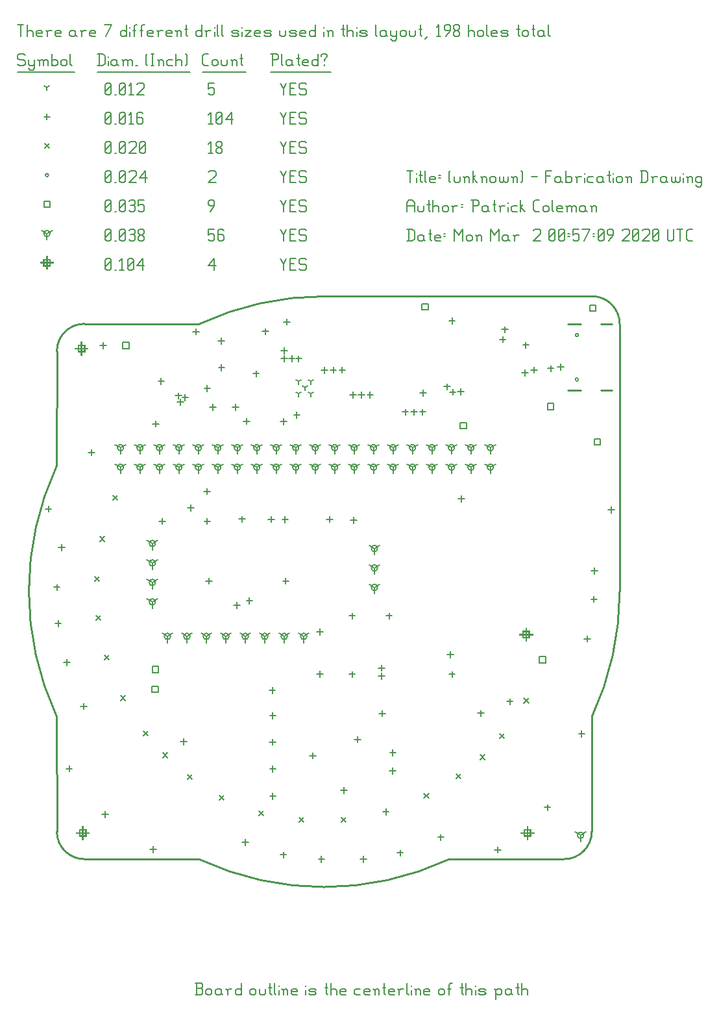
<source format=gbr>
G04 start of page 12 for group -3984 idx -3984 *
G04 Title: (unknown), fab *
G04 Creator: pcb 4.2.0 *
G04 CreationDate: Mon Mar  2 00:57:09 2020 UTC *
G04 For: blinken *
G04 Format: Gerber/RS-274X *
G04 PCB-Dimensions (mm): 90.16 90.16 *
G04 PCB-Coordinate-Origin: lower left *
%MOMM*%
%FSLAX43Y43*%
%LNFAB*%
%ADD102C,0.254*%
%ADD101C,0.191*%
%ADD100C,0.152*%
%ADD99R,0.203X0.203*%
G54D99*X8500Y19473D02*Y17847D01*
X7687Y18660D02*X9313D01*
X8094Y19066D02*X8906D01*
X8094D02*Y18254D01*
X8906D01*
Y19066D02*Y18254D01*
X66500Y19473D02*Y17847D01*
X65687Y18660D02*X67313D01*
X66094Y19066D02*X66906D01*
X66094D02*Y18254D01*
X66906D01*
Y19066D02*Y18254D01*
X66340Y45333D02*Y43707D01*
X65527Y44520D02*X67153D01*
X65934Y44926D02*X66746D01*
X65934D02*Y44114D01*
X66746D01*
Y44926D02*Y44114D01*
X8317Y82640D02*Y81014D01*
X7504Y81827D02*X9130D01*
X7910Y82233D02*X8723D01*
X7910D02*Y81420D01*
X8723D01*
Y82233D02*Y81420D01*
X3810Y93830D02*Y92205D01*
X2997Y93018D02*X4623D01*
X3404Y93424D02*X4216D01*
X3404D02*Y92611D01*
X4216D01*
Y93424D02*Y92611D01*
G54D100*X34290Y93589D02*X34671Y92827D01*
X35052Y93589D01*
X34671Y92827D02*Y92065D01*
X35509Y92903D02*X36081D01*
X35509Y92065D02*X36271D01*
X35509Y93589D02*Y92065D01*
Y93589D02*X36271D01*
X37490D02*X37681Y93399D01*
X36919Y93589D02*X37490D01*
X36728Y93399D02*X36919Y93589D01*
X36728Y93399D02*Y93018D01*
X36919Y92827D01*
X37490D01*
X37681Y92637D01*
Y92256D01*
X37490Y92065D02*X37681Y92256D01*
X36919Y92065D02*X37490D01*
X36728Y92256D02*X36919Y92065D01*
X24892Y92637D02*X25654Y93589D01*
X24892Y92637D02*X25844D01*
X25654Y93589D02*Y92065D01*
X11430Y92256D02*X11620Y92065D01*
X11430Y93399D02*Y92256D01*
Y93399D02*X11620Y93589D01*
X12002D01*
X12192Y93399D01*
Y92256D01*
X12002Y92065D02*X12192Y92256D01*
X11620Y92065D02*X12002D01*
X11430Y92446D02*X12192Y93208D01*
X12649Y92065D02*X12840D01*
X13297Y93284D02*X13602Y93589D01*
Y92065D01*
X13297D02*X13868D01*
X14326Y92256D02*X14516Y92065D01*
X14326Y93399D02*Y92256D01*
Y93399D02*X14516Y93589D01*
X14897D01*
X15088Y93399D01*
Y92256D01*
X14897Y92065D02*X15088Y92256D01*
X14516Y92065D02*X14897D01*
X14326Y92446D02*X15088Y93208D01*
X15545Y92637D02*X16307Y93589D01*
X15545Y92637D02*X16497D01*
X16307Y93589D02*Y92065D01*
X13410Y66370D02*Y65557D01*
Y66370D02*X14114Y66776D01*
X13410Y66370D02*X12706Y66776D01*
X13004Y66370D02*G75*G03X13816Y66370I406J0D01*G01*
G75*G03X13004Y66370I-406J0D01*G01*
X13410Y68910D02*Y68097D01*
Y68910D02*X14114Y69316D01*
X13410Y68910D02*X12706Y69316D01*
X13004Y68910D02*G75*G03X13816Y68910I406J0D01*G01*
G75*G03X13004Y68910I-406J0D01*G01*
X15950Y66370D02*Y65557D01*
Y66370D02*X16654Y66776D01*
X15950Y66370D02*X15246Y66776D01*
X15544Y66370D02*G75*G03X16356Y66370I406J0D01*G01*
G75*G03X15544Y66370I-406J0D01*G01*
X15950Y68910D02*Y68097D01*
Y68910D02*X16654Y69316D01*
X15950Y68910D02*X15246Y69316D01*
X15544Y68910D02*G75*G03X16356Y68910I406J0D01*G01*
G75*G03X15544Y68910I-406J0D01*G01*
X18490Y66370D02*Y65557D01*
Y66370D02*X19194Y66776D01*
X18490Y66370D02*X17786Y66776D01*
X18084Y66370D02*G75*G03X18896Y66370I406J0D01*G01*
G75*G03X18084Y66370I-406J0D01*G01*
X18490Y68910D02*Y68097D01*
Y68910D02*X19194Y69316D01*
X18490Y68910D02*X17786Y69316D01*
X18084Y68910D02*G75*G03X18896Y68910I406J0D01*G01*
G75*G03X18084Y68910I-406J0D01*G01*
X21030Y66370D02*Y65557D01*
Y66370D02*X21734Y66776D01*
X21030Y66370D02*X20326Y66776D01*
X20624Y66370D02*G75*G03X21436Y66370I406J0D01*G01*
G75*G03X20624Y66370I-406J0D01*G01*
X21030Y68910D02*Y68097D01*
Y68910D02*X21734Y69316D01*
X21030Y68910D02*X20326Y69316D01*
X20624Y68910D02*G75*G03X21436Y68910I406J0D01*G01*
G75*G03X20624Y68910I-406J0D01*G01*
X23570Y66370D02*Y65557D01*
Y66370D02*X24274Y66776D01*
X23570Y66370D02*X22866Y66776D01*
X23164Y66370D02*G75*G03X23976Y66370I406J0D01*G01*
G75*G03X23164Y66370I-406J0D01*G01*
X23570Y68910D02*Y68097D01*
Y68910D02*X24274Y69316D01*
X23570Y68910D02*X22866Y69316D01*
X23164Y68910D02*G75*G03X23976Y68910I406J0D01*G01*
G75*G03X23164Y68910I-406J0D01*G01*
X26110Y66370D02*Y65557D01*
Y66370D02*X26814Y66776D01*
X26110Y66370D02*X25406Y66776D01*
X25704Y66370D02*G75*G03X26516Y66370I406J0D01*G01*
G75*G03X25704Y66370I-406J0D01*G01*
X26110Y68910D02*Y68097D01*
Y68910D02*X26814Y69316D01*
X26110Y68910D02*X25406Y69316D01*
X25704Y68910D02*G75*G03X26516Y68910I406J0D01*G01*
G75*G03X25704Y68910I-406J0D01*G01*
X28650Y66370D02*Y65557D01*
Y66370D02*X29354Y66776D01*
X28650Y66370D02*X27946Y66776D01*
X28244Y66370D02*G75*G03X29056Y66370I406J0D01*G01*
G75*G03X28244Y66370I-406J0D01*G01*
X28650Y68910D02*Y68097D01*
Y68910D02*X29354Y69316D01*
X28650Y68910D02*X27946Y69316D01*
X28244Y68910D02*G75*G03X29056Y68910I406J0D01*G01*
G75*G03X28244Y68910I-406J0D01*G01*
X31190Y66370D02*Y65557D01*
Y66370D02*X31894Y66776D01*
X31190Y66370D02*X30486Y66776D01*
X30784Y66370D02*G75*G03X31596Y66370I406J0D01*G01*
G75*G03X30784Y66370I-406J0D01*G01*
X31190Y68910D02*Y68097D01*
Y68910D02*X31894Y69316D01*
X31190Y68910D02*X30486Y69316D01*
X30784Y68910D02*G75*G03X31596Y68910I406J0D01*G01*
G75*G03X30784Y68910I-406J0D01*G01*
X33730Y66370D02*Y65557D01*
Y66370D02*X34434Y66776D01*
X33730Y66370D02*X33026Y66776D01*
X33324Y66370D02*G75*G03X34136Y66370I406J0D01*G01*
G75*G03X33324Y66370I-406J0D01*G01*
X33730Y68910D02*Y68097D01*
Y68910D02*X34434Y69316D01*
X33730Y68910D02*X33026Y69316D01*
X33324Y68910D02*G75*G03X34136Y68910I406J0D01*G01*
G75*G03X33324Y68910I-406J0D01*G01*
X36270Y66370D02*Y65557D01*
Y66370D02*X36974Y66776D01*
X36270Y66370D02*X35566Y66776D01*
X35864Y66370D02*G75*G03X36676Y66370I406J0D01*G01*
G75*G03X35864Y66370I-406J0D01*G01*
X36270Y68910D02*Y68097D01*
Y68910D02*X36974Y69316D01*
X36270Y68910D02*X35566Y69316D01*
X35864Y68910D02*G75*G03X36676Y68910I406J0D01*G01*
G75*G03X35864Y68910I-406J0D01*G01*
X38810Y66370D02*Y65557D01*
Y66370D02*X39514Y66776D01*
X38810Y66370D02*X38106Y66776D01*
X38404Y66370D02*G75*G03X39216Y66370I406J0D01*G01*
G75*G03X38404Y66370I-406J0D01*G01*
X38810Y68910D02*Y68097D01*
Y68910D02*X39514Y69316D01*
X38810Y68910D02*X38106Y69316D01*
X38404Y68910D02*G75*G03X39216Y68910I406J0D01*G01*
G75*G03X38404Y68910I-406J0D01*G01*
X41350Y66370D02*Y65557D01*
Y66370D02*X42054Y66776D01*
X41350Y66370D02*X40646Y66776D01*
X40944Y66370D02*G75*G03X41756Y66370I406J0D01*G01*
G75*G03X40944Y66370I-406J0D01*G01*
X41350Y68910D02*Y68097D01*
Y68910D02*X42054Y69316D01*
X41350Y68910D02*X40646Y69316D01*
X40944Y68910D02*G75*G03X41756Y68910I406J0D01*G01*
G75*G03X40944Y68910I-406J0D01*G01*
X43890Y66370D02*Y65557D01*
Y66370D02*X44594Y66776D01*
X43890Y66370D02*X43186Y66776D01*
X43484Y66370D02*G75*G03X44296Y66370I406J0D01*G01*
G75*G03X43484Y66370I-406J0D01*G01*
X43890Y68910D02*Y68097D01*
Y68910D02*X44594Y69316D01*
X43890Y68910D02*X43186Y69316D01*
X43484Y68910D02*G75*G03X44296Y68910I406J0D01*G01*
G75*G03X43484Y68910I-406J0D01*G01*
X46430Y66370D02*Y65557D01*
Y66370D02*X47134Y66776D01*
X46430Y66370D02*X45726Y66776D01*
X46024Y66370D02*G75*G03X46836Y66370I406J0D01*G01*
G75*G03X46024Y66370I-406J0D01*G01*
X46430Y68910D02*Y68097D01*
Y68910D02*X47134Y69316D01*
X46430Y68910D02*X45726Y69316D01*
X46024Y68910D02*G75*G03X46836Y68910I406J0D01*G01*
G75*G03X46024Y68910I-406J0D01*G01*
X48970Y66370D02*Y65557D01*
Y66370D02*X49674Y66776D01*
X48970Y66370D02*X48266Y66776D01*
X48564Y66370D02*G75*G03X49376Y66370I406J0D01*G01*
G75*G03X48564Y66370I-406J0D01*G01*
X48970Y68910D02*Y68097D01*
Y68910D02*X49674Y69316D01*
X48970Y68910D02*X48266Y69316D01*
X48564Y68910D02*G75*G03X49376Y68910I406J0D01*G01*
G75*G03X48564Y68910I-406J0D01*G01*
X51510Y66370D02*Y65557D01*
Y66370D02*X52214Y66776D01*
X51510Y66370D02*X50806Y66776D01*
X51104Y66370D02*G75*G03X51916Y66370I406J0D01*G01*
G75*G03X51104Y66370I-406J0D01*G01*
X51510Y68910D02*Y68097D01*
Y68910D02*X52214Y69316D01*
X51510Y68910D02*X50806Y69316D01*
X51104Y68910D02*G75*G03X51916Y68910I406J0D01*G01*
G75*G03X51104Y68910I-406J0D01*G01*
X54050Y66370D02*Y65557D01*
Y66370D02*X54754Y66776D01*
X54050Y66370D02*X53346Y66776D01*
X53644Y66370D02*G75*G03X54456Y66370I406J0D01*G01*
G75*G03X53644Y66370I-406J0D01*G01*
X54050Y68910D02*Y68097D01*
Y68910D02*X54754Y69316D01*
X54050Y68910D02*X53346Y69316D01*
X53644Y68910D02*G75*G03X54456Y68910I406J0D01*G01*
G75*G03X53644Y68910I-406J0D01*G01*
X56590Y66370D02*Y65557D01*
Y66370D02*X57294Y66776D01*
X56590Y66370D02*X55886Y66776D01*
X56184Y66370D02*G75*G03X56996Y66370I406J0D01*G01*
G75*G03X56184Y66370I-406J0D01*G01*
X56590Y68910D02*Y68097D01*
Y68910D02*X57294Y69316D01*
X56590Y68910D02*X55886Y69316D01*
X56184Y68910D02*G75*G03X56996Y68910I406J0D01*G01*
G75*G03X56184Y68910I-406J0D01*G01*
X59130Y66370D02*Y65557D01*
Y66370D02*X59834Y66776D01*
X59130Y66370D02*X58426Y66776D01*
X58724Y66370D02*G75*G03X59536Y66370I406J0D01*G01*
G75*G03X58724Y66370I-406J0D01*G01*
X59130Y68910D02*Y68097D01*
Y68910D02*X59834Y69316D01*
X59130Y68910D02*X58426Y69316D01*
X58724Y68910D02*G75*G03X59536Y68910I406J0D01*G01*
G75*G03X58724Y68910I-406J0D01*G01*
X61670Y66370D02*Y65557D01*
Y66370D02*X62374Y66776D01*
X61670Y66370D02*X60966Y66776D01*
X61264Y66370D02*G75*G03X62076Y66370I406J0D01*G01*
G75*G03X61264Y66370I-406J0D01*G01*
X61670Y68910D02*Y68097D01*
Y68910D02*X62374Y69316D01*
X61670Y68910D02*X60966Y69316D01*
X61264Y68910D02*G75*G03X62076Y68910I406J0D01*G01*
G75*G03X61264Y68910I-406J0D01*G01*
X19530Y44300D02*Y43487D01*
Y44300D02*X20234Y44706D01*
X19530Y44300D02*X18826Y44706D01*
X19124Y44300D02*G75*G03X19936Y44300I406J0D01*G01*
G75*G03X19124Y44300I-406J0D01*G01*
X22070D02*Y43487D01*
Y44300D02*X22774Y44706D01*
X22070Y44300D02*X21366Y44706D01*
X21664Y44300D02*G75*G03X22476Y44300I406J0D01*G01*
G75*G03X21664Y44300I-406J0D01*G01*
X24610D02*Y43487D01*
Y44300D02*X25314Y44706D01*
X24610Y44300D02*X23906Y44706D01*
X24204Y44300D02*G75*G03X25016Y44300I406J0D01*G01*
G75*G03X24204Y44300I-406J0D01*G01*
X27150D02*Y43487D01*
Y44300D02*X27854Y44706D01*
X27150Y44300D02*X26446Y44706D01*
X26744Y44300D02*G75*G03X27556Y44300I406J0D01*G01*
G75*G03X26744Y44300I-406J0D01*G01*
X29690D02*Y43487D01*
Y44300D02*X30394Y44706D01*
X29690Y44300D02*X28986Y44706D01*
X29284Y44300D02*G75*G03X30096Y44300I406J0D01*G01*
G75*G03X29284Y44300I-406J0D01*G01*
X32230D02*Y43487D01*
Y44300D02*X32934Y44706D01*
X32230Y44300D02*X31526Y44706D01*
X31824Y44300D02*G75*G03X32636Y44300I406J0D01*G01*
G75*G03X31824Y44300I-406J0D01*G01*
X34770D02*Y43487D01*
Y44300D02*X35474Y44706D01*
X34770Y44300D02*X34066Y44706D01*
X34364Y44300D02*G75*G03X35176Y44300I406J0D01*G01*
G75*G03X34364Y44300I-406J0D01*G01*
X37310D02*Y43487D01*
Y44300D02*X38014Y44706D01*
X37310Y44300D02*X36606Y44706D01*
X36904Y44300D02*G75*G03X37716Y44300I406J0D01*G01*
G75*G03X36904Y44300I-406J0D01*G01*
X46538Y55762D02*Y54949D01*
Y55762D02*X47242Y56168D01*
X46538Y55762D02*X45834Y56168D01*
X46132Y55762D02*G75*G03X46944Y55762I406J0D01*G01*
G75*G03X46132Y55762I-406J0D01*G01*
X46538Y53222D02*Y52409D01*
Y53222D02*X47242Y53628D01*
X46538Y53222D02*X45834Y53628D01*
X46132Y53222D02*G75*G03X46944Y53222I406J0D01*G01*
G75*G03X46132Y53222I-406J0D01*G01*
X46538Y50682D02*Y49869D01*
Y50682D02*X47242Y51088D01*
X46538Y50682D02*X45834Y51088D01*
X46132Y50682D02*G75*G03X46944Y50682I406J0D01*G01*
G75*G03X46132Y50682I-406J0D01*G01*
X17568Y56415D02*Y55602D01*
Y56415D02*X18273Y56822D01*
X17568Y56415D02*X16864Y56822D01*
X17162Y56415D02*G75*G03X17975Y56415I406J0D01*G01*
G75*G03X17162Y56415I-406J0D01*G01*
X17568Y53875D02*Y53062D01*
Y53875D02*X18273Y54282D01*
X17568Y53875D02*X16864Y54282D01*
X17162Y53875D02*G75*G03X17975Y53875I406J0D01*G01*
G75*G03X17162Y53875I-406J0D01*G01*
X17568Y51335D02*Y50522D01*
Y51335D02*X18273Y51742D01*
X17568Y51335D02*X16864Y51742D01*
X17162Y51335D02*G75*G03X17975Y51335I406J0D01*G01*
G75*G03X17162Y51335I-406J0D01*G01*
X17568Y48795D02*Y47982D01*
Y48795D02*X18273Y49202D01*
X17568Y48795D02*X16864Y49202D01*
X17162Y48795D02*G75*G03X17975Y48795I406J0D01*G01*
G75*G03X17162Y48795I-406J0D01*G01*
X73439Y18373D02*Y17560D01*
Y18373D02*X74143Y18779D01*
X73439Y18373D02*X72734Y18779D01*
X73032Y18373D02*G75*G03X73845Y18373I406J0D01*G01*
G75*G03X73032Y18373I-406J0D01*G01*
X3810Y96828D02*Y96015D01*
Y96828D02*X4514Y97234D01*
X3810Y96828D02*X3106Y97234D01*
X3404Y96828D02*G75*G03X4216Y96828I406J0D01*G01*
G75*G03X3404Y96828I-406J0D01*G01*
X34290Y97399D02*X34671Y96637D01*
X35052Y97399D01*
X34671Y96637D02*Y95875D01*
X35509Y96713D02*X36081D01*
X35509Y95875D02*X36271D01*
X35509Y97399D02*Y95875D01*
Y97399D02*X36271D01*
X37490D02*X37681Y97209D01*
X36919Y97399D02*X37490D01*
X36728Y97209D02*X36919Y97399D01*
X36728Y97209D02*Y96828D01*
X36919Y96637D01*
X37490D01*
X37681Y96447D01*
Y96066D01*
X37490Y95875D02*X37681Y96066D01*
X36919Y95875D02*X37490D01*
X36728Y96066D02*X36919Y95875D01*
X24892Y97399D02*X25654D01*
X24892D02*Y96637D01*
X25082Y96828D01*
X25464D01*
X25654Y96637D01*
Y96066D01*
X25464Y95875D02*X25654Y96066D01*
X25082Y95875D02*X25464D01*
X24892Y96066D02*X25082Y95875D01*
X26683Y97399D02*X26873Y97209D01*
X26302Y97399D02*X26683D01*
X26111Y97209D02*X26302Y97399D01*
X26111Y97209D02*Y96066D01*
X26302Y95875D01*
X26683Y96713D02*X26873Y96523D01*
X26111Y96713D02*X26683D01*
X26302Y95875D02*X26683D01*
X26873Y96066D01*
Y96523D02*Y96066D01*
X11430D02*X11620Y95875D01*
X11430Y97209D02*Y96066D01*
Y97209D02*X11620Y97399D01*
X12002D01*
X12192Y97209D01*
Y96066D01*
X12002Y95875D02*X12192Y96066D01*
X11620Y95875D02*X12002D01*
X11430Y96256D02*X12192Y97018D01*
X12649Y95875D02*X12840D01*
X13297Y96066D02*X13487Y95875D01*
X13297Y97209D02*Y96066D01*
Y97209D02*X13487Y97399D01*
X13868D01*
X14059Y97209D01*
Y96066D01*
X13868Y95875D02*X14059Y96066D01*
X13487Y95875D02*X13868D01*
X13297Y96256D02*X14059Y97018D01*
X14516Y97209D02*X14707Y97399D01*
X15088D01*
X15278Y97209D01*
X15088Y95875D02*X15278Y96066D01*
X14707Y95875D02*X15088D01*
X14516Y96066D02*X14707Y95875D01*
Y96713D02*X15088D01*
X15278Y97209D02*Y96904D01*
Y96523D02*Y96066D01*
Y96523D02*X15088Y96713D01*
X15278Y96904D02*X15088Y96713D01*
X15735Y96066D02*X15926Y95875D01*
X15735Y96370D02*Y96066D01*
Y96370D02*X16002Y96637D01*
X16231D01*
X16497Y96370D01*
Y96066D01*
X16307Y95875D02*X16497Y96066D01*
X15926Y95875D02*X16307D01*
X15735Y96904D02*X16002Y96637D01*
X15735Y97209D02*Y96904D01*
Y97209D02*X15926Y97399D01*
X16307D01*
X16497Y97209D01*
Y96904D01*
X16231Y96637D02*X16497Y96904D01*
X74614Y87516D02*X75426D01*
X74614D02*Y86704D01*
X75426D01*
Y87516D02*Y86704D01*
X75204Y70068D02*X76016D01*
X75204D02*Y69255D01*
X76016D01*
Y70068D02*Y69255D01*
X13694Y82666D02*X14506D01*
X13694D02*Y81854D01*
X14506D01*
Y82666D02*Y81854D01*
X17574Y40416D02*X18386D01*
X17574D02*Y39604D01*
X18386D01*
Y40416D02*Y39604D01*
X17534Y37826D02*X18346D01*
X17534D02*Y37014D01*
X18346D01*
Y37826D02*Y37014D01*
X69134Y74706D02*X69946D01*
X69134D02*Y73894D01*
X69946D01*
Y74706D02*Y73894D01*
X68064Y41676D02*X68876D01*
X68064D02*Y40864D01*
X68876D01*
Y41676D02*Y40864D01*
X52762Y87688D02*X53575D01*
X52762D02*Y86875D01*
X53575D01*
Y87688D02*Y86875D01*
X57739Y72172D02*X58552D01*
X57739D02*Y71359D01*
X58552D01*
Y72172D02*Y71359D01*
X3404Y101044D02*X4216D01*
X3404D02*Y100231D01*
X4216D01*
Y101044D02*Y100231D01*
X34290Y101209D02*X34671Y100447D01*
X35052Y101209D01*
X34671Y100447D02*Y99685D01*
X35509Y100523D02*X36081D01*
X35509Y99685D02*X36271D01*
X35509Y101209D02*Y99685D01*
Y101209D02*X36271D01*
X37490D02*X37681Y101019D01*
X36919Y101209D02*X37490D01*
X36728Y101019D02*X36919Y101209D01*
X36728Y101019D02*Y100638D01*
X36919Y100447D01*
X37490D01*
X37681Y100257D01*
Y99876D01*
X37490Y99685D02*X37681Y99876D01*
X36919Y99685D02*X37490D01*
X36728Y99876D02*X36919Y99685D01*
X25082D02*X25654Y100447D01*
Y101019D02*Y100447D01*
X25464Y101209D02*X25654Y101019D01*
X25082Y101209D02*X25464D01*
X24892Y101019D02*X25082Y101209D01*
X24892Y101019D02*Y100638D01*
X25082Y100447D01*
X25654D01*
X11430Y99876D02*X11620Y99685D01*
X11430Y101019D02*Y99876D01*
Y101019D02*X11620Y101209D01*
X12002D01*
X12192Y101019D01*
Y99876D01*
X12002Y99685D02*X12192Y99876D01*
X11620Y99685D02*X12002D01*
X11430Y100066D02*X12192Y100828D01*
X12649Y99685D02*X12840D01*
X13297Y99876D02*X13487Y99685D01*
X13297Y101019D02*Y99876D01*
Y101019D02*X13487Y101209D01*
X13868D01*
X14059Y101019D01*
Y99876D01*
X13868Y99685D02*X14059Y99876D01*
X13487Y99685D02*X13868D01*
X13297Y100066D02*X14059Y100828D01*
X14516Y101019D02*X14707Y101209D01*
X15088D01*
X15278Y101019D01*
X15088Y99685D02*X15278Y99876D01*
X14707Y99685D02*X15088D01*
X14516Y99876D02*X14707Y99685D01*
Y100523D02*X15088D01*
X15278Y101019D02*Y100714D01*
Y100333D02*Y99876D01*
Y100333D02*X15088Y100523D01*
X15278Y100714D02*X15088Y100523D01*
X15735Y101209D02*X16497D01*
X15735D02*Y100447D01*
X15926Y100638D01*
X16307D01*
X16497Y100447D01*
Y99876D01*
X16307Y99685D02*X16497Y99876D01*
X15926Y99685D02*X16307D01*
X15735Y99876D02*X15926Y99685D01*
X72747Y77790D02*G75*G03X73153Y77790I203J0D01*G01*
G75*G03X72747Y77790I-203J0D01*G01*
Y83570D02*G75*G03X73153Y83570I203J0D01*G01*
G75*G03X72747Y83570I-203J0D01*G01*
X3607Y104448D02*G75*G03X4013Y104448I203J0D01*G01*
G75*G03X3607Y104448I-203J0D01*G01*
X34290Y105019D02*X34671Y104257D01*
X35052Y105019D01*
X34671Y104257D02*Y103495D01*
X35509Y104333D02*X36081D01*
X35509Y103495D02*X36271D01*
X35509Y105019D02*Y103495D01*
Y105019D02*X36271D01*
X37490D02*X37681Y104829D01*
X36919Y105019D02*X37490D01*
X36728Y104829D02*X36919Y105019D01*
X36728Y104829D02*Y104448D01*
X36919Y104257D01*
X37490D01*
X37681Y104067D01*
Y103686D01*
X37490Y103495D02*X37681Y103686D01*
X36919Y103495D02*X37490D01*
X36728Y103686D02*X36919Y103495D01*
X24892Y104829D02*X25082Y105019D01*
X25654D01*
X25844Y104829D01*
Y104448D01*
X24892Y103495D02*X25844Y104448D01*
X24892Y103495D02*X25844D01*
X11430Y103686D02*X11620Y103495D01*
X11430Y104829D02*Y103686D01*
Y104829D02*X11620Y105019D01*
X12002D01*
X12192Y104829D01*
Y103686D01*
X12002Y103495D02*X12192Y103686D01*
X11620Y103495D02*X12002D01*
X11430Y103876D02*X12192Y104638D01*
X12649Y103495D02*X12840D01*
X13297Y103686D02*X13487Y103495D01*
X13297Y104829D02*Y103686D01*
Y104829D02*X13487Y105019D01*
X13868D01*
X14059Y104829D01*
Y103686D01*
X13868Y103495D02*X14059Y103686D01*
X13487Y103495D02*X13868D01*
X13297Y103876D02*X14059Y104638D01*
X14516Y104829D02*X14707Y105019D01*
X15278D01*
X15469Y104829D01*
Y104448D01*
X14516Y103495D02*X15469Y104448D01*
X14516Y103495D02*X15469D01*
X15926Y104067D02*X16688Y105019D01*
X15926Y104067D02*X16878D01*
X16688Y105019D02*Y103495D01*
X66040Y36236D02*X66650Y35626D01*
X66040D02*X66650Y36236D01*
X62890Y31613D02*X63500Y31004D01*
X62890D02*X63500Y31613D01*
X60300Y28870D02*X60909Y28260D01*
X60300D02*X60909Y28870D01*
X57226Y26355D02*X57836Y25746D01*
X57226D02*X57836Y26355D01*
X53010Y23815D02*X53619Y23206D01*
X53010D02*X53619Y23815D01*
X42215Y20716D02*X42824Y20107D01*
X42215D02*X42824Y20716D01*
X36728Y20666D02*X37338Y20056D01*
X36728D02*X37338Y20666D01*
X31495Y21565D02*X32105Y20955D01*
X31495D02*X32105Y21565D01*
X26314Y23587D02*X26924Y22977D01*
X26314D02*X26924Y23587D01*
X22123Y26279D02*X22733Y25670D01*
X22123D02*X22733Y26279D01*
X18898Y29124D02*X19507Y28514D01*
X18898D02*X19507Y29124D01*
X16383Y31969D02*X16993Y31359D01*
X16383D02*X16993Y31969D01*
X13437Y36566D02*X14046Y35956D01*
X13437D02*X14046Y36566D01*
X11303Y41849D02*X11913Y41240D01*
X11303D02*X11913Y41849D01*
X10236Y47031D02*X10846Y46421D01*
X10236D02*X10846Y47031D01*
X10008Y52086D02*X10617Y51476D01*
X10008D02*X10617Y52086D01*
X10719Y57318D02*X11328Y56708D01*
X10719D02*X11328Y57318D01*
X12395Y62665D02*X13005Y62055D01*
X12395D02*X13005Y62665D01*
X3505Y108562D02*X4115Y107953D01*
X3505D02*X4115Y108562D01*
X34290Y108829D02*X34671Y108067D01*
X35052Y108829D01*
X34671Y108067D02*Y107305D01*
X35509Y108143D02*X36081D01*
X35509Y107305D02*X36271D01*
X35509Y108829D02*Y107305D01*
Y108829D02*X36271D01*
X37490D02*X37681Y108639D01*
X36919Y108829D02*X37490D01*
X36728Y108639D02*X36919Y108829D01*
X36728Y108639D02*Y108258D01*
X36919Y108067D01*
X37490D01*
X37681Y107877D01*
Y107496D01*
X37490Y107305D02*X37681Y107496D01*
X36919Y107305D02*X37490D01*
X36728Y107496D02*X36919Y107305D01*
X24892Y108524D02*X25197Y108829D01*
Y107305D01*
X24892D02*X25464D01*
X25921Y107496D02*X26111Y107305D01*
X25921Y107800D02*Y107496D01*
Y107800D02*X26187Y108067D01*
X26416D01*
X26683Y107800D01*
Y107496D01*
X26492Y107305D02*X26683Y107496D01*
X26111Y107305D02*X26492D01*
X25921Y108334D02*X26187Y108067D01*
X25921Y108639D02*Y108334D01*
Y108639D02*X26111Y108829D01*
X26492D01*
X26683Y108639D01*
Y108334D01*
X26416Y108067D02*X26683Y108334D01*
X11430Y107496D02*X11620Y107305D01*
X11430Y108639D02*Y107496D01*
Y108639D02*X11620Y108829D01*
X12002D01*
X12192Y108639D01*
Y107496D01*
X12002Y107305D02*X12192Y107496D01*
X11620Y107305D02*X12002D01*
X11430Y107686D02*X12192Y108448D01*
X12649Y107305D02*X12840D01*
X13297Y107496D02*X13487Y107305D01*
X13297Y108639D02*Y107496D01*
Y108639D02*X13487Y108829D01*
X13868D01*
X14059Y108639D01*
Y107496D01*
X13868Y107305D02*X14059Y107496D01*
X13487Y107305D02*X13868D01*
X13297Y107686D02*X14059Y108448D01*
X14516Y108639D02*X14707Y108829D01*
X15278D01*
X15469Y108639D01*
Y108258D01*
X14516Y107305D02*X15469Y108258D01*
X14516Y107305D02*X15469D01*
X15926Y107496D02*X16116Y107305D01*
X15926Y108639D02*Y107496D01*
Y108639D02*X16116Y108829D01*
X16497D01*
X16688Y108639D01*
Y107496D01*
X16497Y107305D02*X16688Y107496D01*
X16116Y107305D02*X16497D01*
X15926Y107686D02*X16688Y108448D01*
X25444Y74613D02*Y73800D01*
X25038Y74207D02*X25850D01*
X40701Y59990D02*Y59178D01*
X40294Y59584D02*X41107D01*
X34895Y59959D02*Y59146D01*
X34488Y59552D02*X35301D01*
X33085Y59993D02*Y59180D01*
X32678Y59587D02*X33491D01*
X29289Y59997D02*Y59184D01*
X28883Y59591D02*X29696D01*
X52840Y73976D02*Y73164D01*
X52434Y73570D02*X53246D01*
X51700Y73976D02*Y73164D01*
X51294Y73570D02*X52106D01*
X30230Y49346D02*Y48534D01*
X29824Y48940D02*X30636D01*
X28444Y74613D02*Y73800D01*
X28037Y74207D02*X28850D01*
X28610Y48766D02*Y47954D01*
X28204Y48360D02*X29016D01*
X24720Y63626D02*Y62814D01*
X24314Y63220D02*X25126D01*
X38492Y29163D02*Y28350D01*
X38086Y28757D02*X38898D01*
X57800Y76606D02*Y75794D01*
X57394Y76200D02*X58206D01*
X56750Y76586D02*Y75774D01*
X56344Y76180D02*X57156D01*
X56020Y77276D02*Y76464D01*
X55614Y76870D02*X56426D01*
X22590Y61496D02*Y60684D01*
X22184Y61090D02*X22996D01*
X47450Y39536D02*Y38724D01*
X47044Y39130D02*X47856D01*
X47470Y40596D02*Y39784D01*
X47064Y40190D02*X47876D01*
X43632Y47385D02*Y46572D01*
X43226Y46979D02*X44039D01*
X43632Y39765D02*Y38952D01*
X43226Y39359D02*X44039D01*
X39440Y45316D02*Y44504D01*
X39034Y44910D02*X39846D01*
X57900Y62646D02*Y61834D01*
X57494Y62240D02*X58306D01*
X52890Y76446D02*Y75634D01*
X52484Y76040D02*X53296D01*
X43850Y59886D02*Y59074D01*
X43444Y59480D02*X44256D01*
X63580Y84726D02*Y83914D01*
X63174Y84320D02*X63986D01*
X56660Y85876D02*Y85064D01*
X56254Y85470D02*X57066D01*
X36410Y73586D02*Y72774D01*
X36004Y73180D02*X36816D01*
X42550Y24626D02*Y23814D01*
X42144Y24220D02*X42956D01*
X21670Y30986D02*Y30174D01*
X21264Y30580D02*X22076D01*
X33220Y37676D02*Y36864D01*
X32814Y37270D02*X33626D01*
X33290Y34406D02*Y33594D01*
X32884Y34000D02*X33696D01*
X33260Y30946D02*Y30134D01*
X32854Y30540D02*X33666D01*
X33290Y27446D02*Y26634D01*
X32884Y27040D02*X33696D01*
X33290Y23866D02*Y23054D01*
X32884Y23460D02*X33696D01*
X48460Y47386D02*Y46574D01*
X48054Y46980D02*X48866D01*
X50570Y73966D02*Y73154D01*
X50164Y73560D02*X50976D01*
X39410Y39776D02*Y38964D01*
X39004Y39370D02*X39816D01*
X70840Y79846D02*Y79034D01*
X70434Y79440D02*X71246D01*
X69530Y79646D02*Y78834D01*
X69124Y79240D02*X69936D01*
X4000Y61346D02*Y60534D01*
X3594Y60940D02*X4406D01*
X5750Y56326D02*Y55514D01*
X5344Y55920D02*X6156D01*
X5100Y51116D02*Y50304D01*
X4694Y50710D02*X5506D01*
X5280Y46426D02*Y45614D01*
X4874Y46020D02*X5686D01*
X6390Y41346D02*Y40534D01*
X5984Y40940D02*X6796D01*
X8600Y35596D02*Y34784D01*
X8194Y35190D02*X9006D01*
X34660Y16227D02*Y15414D01*
X34254Y15820D02*X35066D01*
X39640Y15656D02*Y14844D01*
X39234Y15250D02*X40046D01*
X48030Y21836D02*Y21024D01*
X47624Y21430D02*X48436D01*
X9620Y68706D02*Y67894D01*
X9214Y68300D02*X10026D01*
X56670Y39766D02*Y38954D01*
X56264Y39360D02*X57076D01*
X48930Y27186D02*Y26374D01*
X48524Y26780D02*X49336D01*
X48950Y29556D02*Y28744D01*
X48544Y29150D02*X49356D01*
X69120Y22406D02*Y21594D01*
X68714Y22000D02*X69526D01*
X62640Y16896D02*Y16084D01*
X62234Y16490D02*X63046D01*
X55210Y18516D02*Y17704D01*
X54804Y18110D02*X55616D01*
X49890Y16486D02*Y15674D01*
X49484Y16080D02*X50296D01*
X45090Y15656D02*Y14844D01*
X44684Y15250D02*X45496D01*
X29670Y17856D02*Y17044D01*
X29264Y17450D02*X30076D01*
X17690Y16926D02*Y16114D01*
X17284Y16520D02*X18096D01*
X11390Y21536D02*Y20724D01*
X10984Y21130D02*X11796D01*
X6720Y27476D02*Y26664D01*
X6314Y27070D02*X7126D01*
X32320Y84476D02*Y83664D01*
X31914Y84070D02*X32726D01*
X35090Y85726D02*Y84914D01*
X34684Y85320D02*X35496D01*
X77440Y61226D02*Y60414D01*
X77034Y60820D02*X77846D01*
X75220Y53276D02*Y52464D01*
X74814Y52870D02*X75626D01*
X75200Y49566D02*Y48754D01*
X74794Y49160D02*X75606D01*
X74310Y44406D02*Y43594D01*
X73904Y44000D02*X74716D01*
X73590Y32026D02*Y31214D01*
X73184Y31620D02*X73996D01*
X56430Y42326D02*Y41514D01*
X56024Y41920D02*X56836D01*
X60442Y34685D02*Y33872D01*
X60036Y34279D02*X60849D01*
X64210Y36206D02*Y35394D01*
X63804Y35800D02*X64616D01*
X44350Y31276D02*Y30464D01*
X43944Y30870D02*X44756D01*
X47580Y34676D02*Y33864D01*
X47174Y34270D02*X47986D01*
X66300Y82686D02*Y81874D01*
X65894Y82280D02*X66706D01*
X67381Y79452D02*Y78639D01*
X66974Y79046D02*X67787D01*
X63271Y83442D02*Y82629D01*
X62865Y83035D02*X63678D01*
X66197Y79085D02*Y78272D01*
X65791Y78679D02*X66604D01*
X34970Y51941D02*Y51128D01*
X34563Y51534D02*X35376D01*
X24939Y51946D02*Y51133D01*
X24532Y51539D02*X25345D01*
X18858Y59731D02*Y58918D01*
X18452Y59324D02*X19264D01*
X24733Y59731D02*Y58918D01*
X24327Y59324D02*X25139D01*
X26536Y83247D02*Y82434D01*
X26130Y82841D02*X26942D01*
X23240Y84449D02*Y83636D01*
X22833Y84043D02*X23646D01*
X11155Y82626D02*Y81813D01*
X10749Y82220D02*X11562D01*
X45983Y76194D02*Y75381D01*
X45577Y75788D02*X46390D01*
X44860Y76190D02*Y75377D01*
X44453Y75783D02*X45266D01*
X43745Y76192D02*Y75379D01*
X43338Y75786D02*X44151D01*
X31091Y78975D02*Y78162D01*
X30685Y78568D02*X31498D01*
X26590Y79776D02*Y78964D01*
X26184Y79370D02*X26996D01*
X21853Y75868D02*Y75056D01*
X21446Y75462D02*X22259D01*
X21219Y75259D02*Y74447D01*
X20813Y74853D02*X21626D01*
X24733Y77056D02*Y76243D01*
X24327Y76649D02*X25139D01*
X17986Y72435D02*Y71622D01*
X17580Y72029D02*X18393D01*
X18721Y77975D02*Y77162D01*
X18315Y77569D02*X19127D01*
X20992Y76089D02*Y75276D01*
X20585Y75683D02*X21398D01*
X34667Y72754D02*Y71941D01*
X34261Y72347D02*X35074D01*
X29869Y72774D02*Y71962D01*
X29462Y72368D02*X30275D01*
X35759Y80936D02*Y80124D01*
X35353Y80530D02*X36166D01*
X34780Y81942D02*Y81130D01*
X34373Y81536D02*X35186D01*
X34780Y80936D02*Y80124D01*
X34373Y80530D02*X35186D01*
X41165Y79464D02*Y78651D01*
X40758Y79058D02*X41571D01*
X42340Y79464D02*Y78651D01*
X41934Y79058D02*X42747D01*
X36673Y80913D02*Y80100D01*
X36266Y80507D02*X37079D01*
X40034Y79447D02*Y78635D01*
X39628Y79041D02*X40441D01*
X3810Y112474D02*Y111661D01*
X3404Y112068D02*X4216D01*
X34290Y112639D02*X34671Y111877D01*
X35052Y112639D01*
X34671Y111877D02*Y111115D01*
X35509Y111953D02*X36081D01*
X35509Y111115D02*X36271D01*
X35509Y112639D02*Y111115D01*
Y112639D02*X36271D01*
X37490D02*X37681Y112449D01*
X36919Y112639D02*X37490D01*
X36728Y112449D02*X36919Y112639D01*
X36728Y112449D02*Y112068D01*
X36919Y111877D01*
X37490D01*
X37681Y111687D01*
Y111306D01*
X37490Y111115D02*X37681Y111306D01*
X36919Y111115D02*X37490D01*
X36728Y111306D02*X36919Y111115D01*
X24892Y112334D02*X25197Y112639D01*
Y111115D01*
X24892D02*X25464D01*
X25921Y111306D02*X26111Y111115D01*
X25921Y112449D02*Y111306D01*
Y112449D02*X26111Y112639D01*
X26492D01*
X26683Y112449D01*
Y111306D01*
X26492Y111115D02*X26683Y111306D01*
X26111Y111115D02*X26492D01*
X25921Y111496D02*X26683Y112258D01*
X27140Y111687D02*X27902Y112639D01*
X27140Y111687D02*X28092D01*
X27902Y112639D02*Y111115D01*
X11430Y111306D02*X11620Y111115D01*
X11430Y112449D02*Y111306D01*
Y112449D02*X11620Y112639D01*
X12002D01*
X12192Y112449D01*
Y111306D01*
X12002Y111115D02*X12192Y111306D01*
X11620Y111115D02*X12002D01*
X11430Y111496D02*X12192Y112258D01*
X12649Y111115D02*X12840D01*
X13297Y111306D02*X13487Y111115D01*
X13297Y112449D02*Y111306D01*
Y112449D02*X13487Y112639D01*
X13868D01*
X14059Y112449D01*
Y111306D01*
X13868Y111115D02*X14059Y111306D01*
X13487Y111115D02*X13868D01*
X13297Y111496D02*X14059Y112258D01*
X14516Y112334D02*X14821Y112639D01*
Y111115D01*
X14516D02*X15088D01*
X16116Y112639D02*X16307Y112449D01*
X15735Y112639D02*X16116D01*
X15545Y112449D02*X15735Y112639D01*
X15545Y112449D02*Y111306D01*
X15735Y111115D01*
X16116Y111953D02*X16307Y111763D01*
X15545Y111953D02*X16116D01*
X15735Y111115D02*X16116D01*
X16307Y111306D01*
Y111763D02*Y111306D01*
X37460Y76760D02*Y76354D01*
Y76760D02*X37812Y76963D01*
X37460Y76760D02*X37108Y76963D01*
X38260Y77560D02*Y77154D01*
Y77560D02*X38612Y77763D01*
X38260Y77560D02*X37908Y77763D01*
X38260Y75960D02*Y75554D01*
Y75960D02*X38612Y76163D01*
X38260Y75960D02*X37908Y76163D01*
X36660Y75960D02*Y75554D01*
Y75960D02*X37012Y76163D01*
X36660Y75960D02*X36308Y76163D01*
X36660Y77560D02*Y77154D01*
Y77560D02*X37012Y77763D01*
X36660Y77560D02*X36308Y77763D01*
X3810Y115878D02*Y115471D01*
Y115878D02*X4162Y116081D01*
X3810Y115878D02*X3458Y116081D01*
X34290Y116449D02*X34671Y115687D01*
X35052Y116449D01*
X34671Y115687D02*Y114925D01*
X35509Y115763D02*X36081D01*
X35509Y114925D02*X36271D01*
X35509Y116449D02*Y114925D01*
Y116449D02*X36271D01*
X37490D02*X37681Y116259D01*
X36919Y116449D02*X37490D01*
X36728Y116259D02*X36919Y116449D01*
X36728Y116259D02*Y115878D01*
X36919Y115687D01*
X37490D01*
X37681Y115497D01*
Y115116D01*
X37490Y114925D02*X37681Y115116D01*
X36919Y114925D02*X37490D01*
X36728Y115116D02*X36919Y114925D01*
X24892Y116449D02*X25654D01*
X24892D02*Y115687D01*
X25082Y115878D01*
X25464D01*
X25654Y115687D01*
Y115116D01*
X25464Y114925D02*X25654Y115116D01*
X25082Y114925D02*X25464D01*
X24892Y115116D02*X25082Y114925D01*
X11430Y115116D02*X11620Y114925D01*
X11430Y116259D02*Y115116D01*
Y116259D02*X11620Y116449D01*
X12002D01*
X12192Y116259D01*
Y115116D01*
X12002Y114925D02*X12192Y115116D01*
X11620Y114925D02*X12002D01*
X11430Y115306D02*X12192Y116068D01*
X12649Y114925D02*X12840D01*
X13297Y115116D02*X13487Y114925D01*
X13297Y116259D02*Y115116D01*
Y116259D02*X13487Y116449D01*
X13868D01*
X14059Y116259D01*
Y115116D01*
X13868Y114925D02*X14059Y115116D01*
X13487Y114925D02*X13868D01*
X13297Y115306D02*X14059Y116068D01*
X14516Y116144D02*X14821Y116449D01*
Y114925D01*
X14516D02*X15088D01*
X15545Y116259D02*X15735Y116449D01*
X16307D01*
X16497Y116259D01*
Y115878D01*
X15545Y114925D02*X16497Y115878D01*
X15545Y114925D02*X16497D01*
X762Y120259D02*X952Y120069D01*
X190Y120259D02*X762D01*
X0Y120069D02*X190Y120259D01*
X0Y120069D02*Y119688D01*
X190Y119497D01*
X762D01*
X952Y119307D01*
Y118926D01*
X762Y118735D02*X952Y118926D01*
X190Y118735D02*X762D01*
X0Y118926D02*X190Y118735D01*
X1410Y119497D02*Y118926D01*
X1600Y118735D01*
X2172Y119497D02*Y118354D01*
X1981Y118164D02*X2172Y118354D01*
X1600Y118164D02*X1981D01*
X1410Y118354D02*X1600Y118164D01*
Y118735D02*X1981D01*
X2172Y118926D01*
X2819Y119307D02*Y118735D01*
Y119307D02*X3010Y119497D01*
X3200D01*
X3391Y119307D01*
Y118735D01*
Y119307D02*X3581Y119497D01*
X3772D01*
X3962Y119307D01*
Y118735D01*
X2629Y119497D02*X2819Y119307D01*
X4420Y120259D02*Y118735D01*
Y118926D02*X4610Y118735D01*
X4991D01*
X5182Y118926D01*
Y119307D02*Y118926D01*
X4991Y119497D02*X5182Y119307D01*
X4610Y119497D02*X4991D01*
X4420Y119307D02*X4610Y119497D01*
X5639Y119307D02*Y118926D01*
Y119307D02*X5829Y119497D01*
X6210D01*
X6401Y119307D01*
Y118926D01*
X6210Y118735D02*X6401Y118926D01*
X5829Y118735D02*X6210D01*
X5639Y118926D02*X5829Y118735D01*
X6858Y120259D02*Y118926D01*
X7049Y118735D01*
X0Y117910D02*X7430D01*
X10604Y120259D02*Y118735D01*
X11100Y120259D02*X11366Y119992D01*
Y119002D01*
X11100Y118735D02*X11366Y119002D01*
X10414Y118735D02*X11100D01*
X10414Y120259D02*X11100D01*
G54D101*X11824Y119878D02*Y119840D01*
G54D100*Y119307D02*Y118735D01*
X12776Y119497D02*X12967Y119307D01*
X12395Y119497D02*X12776D01*
X12205Y119307D02*X12395Y119497D01*
X12205Y119307D02*Y118926D01*
X12395Y118735D01*
X12967Y119497D02*Y118926D01*
X13157Y118735D01*
X12395D02*X12776D01*
X12967Y118926D01*
X13805Y119307D02*Y118735D01*
Y119307D02*X13995Y119497D01*
X14186D01*
X14376Y119307D01*
Y118735D01*
Y119307D02*X14567Y119497D01*
X14757D01*
X14948Y119307D01*
Y118735D01*
X13614Y119497D02*X13805Y119307D01*
X15405Y118735D02*X15596D01*
X16739Y118926D02*X16929Y118735D01*
X16739Y120069D02*X16929Y120259D01*
X16739Y120069D02*Y118926D01*
X17386Y120259D02*X17767D01*
X17577D02*Y118735D01*
X17386D02*X17767D01*
X18415Y119307D02*Y118735D01*
Y119307D02*X18606Y119497D01*
X18796D01*
X18987Y119307D01*
Y118735D01*
X18225Y119497D02*X18415Y119307D01*
X19634Y119497D02*X20206D01*
X19444Y119307D02*X19634Y119497D01*
X19444Y119307D02*Y118926D01*
X19634Y118735D01*
X20206D01*
X20663Y120259D02*Y118735D01*
Y119307D02*X20853Y119497D01*
X21234D01*
X21425Y119307D01*
Y118735D01*
X21882Y120259D02*X22073Y120069D01*
Y118926D01*
X21882Y118735D02*X22073Y118926D01*
X10414Y117910D02*X22530D01*
X24397Y118735D02*X24892D01*
X24130Y119002D02*X24397Y118735D01*
X24130Y119992D02*Y119002D01*
Y119992D02*X24397Y120259D01*
X24892D01*
X25349Y119307D02*Y118926D01*
Y119307D02*X25540Y119497D01*
X25921D01*
X26111Y119307D01*
Y118926D01*
X25921Y118735D02*X26111Y118926D01*
X25540Y118735D02*X25921D01*
X25349Y118926D02*X25540Y118735D01*
X26568Y119497D02*Y118926D01*
X26759Y118735D01*
X27140D01*
X27330Y118926D01*
Y119497D02*Y118926D01*
X27978Y119307D02*Y118735D01*
Y119307D02*X28169Y119497D01*
X28359D01*
X28550Y119307D01*
Y118735D01*
X27788Y119497D02*X27978Y119307D01*
X29197Y120259D02*Y118926D01*
X29388Y118735D01*
X29007Y119688D02*X29388D01*
X24130Y117910D02*X29769D01*
X33210Y120259D02*Y118735D01*
X33020Y120259D02*X33782D01*
X33972Y120069D01*
Y119688D01*
X33782Y119497D02*X33972Y119688D01*
X33210Y119497D02*X33782D01*
X34430Y120259D02*Y118926D01*
X34620Y118735D01*
X35573Y119497D02*X35763Y119307D01*
X35192Y119497D02*X35573D01*
X35001Y119307D02*X35192Y119497D01*
X35001Y119307D02*Y118926D01*
X35192Y118735D01*
X35763Y119497D02*Y118926D01*
X35954Y118735D01*
X35192D02*X35573D01*
X35763Y118926D01*
X36601Y120259D02*Y118926D01*
X36792Y118735D01*
X36411Y119688D02*X36792D01*
X37363Y118735D02*X37935D01*
X37173Y118926D02*X37363Y118735D01*
X37173Y119307D02*Y118926D01*
Y119307D02*X37363Y119497D01*
X37744D01*
X37935Y119307D01*
X37173Y119116D02*X37935D01*
Y119307D02*Y119116D01*
X39154Y120259D02*Y118735D01*
X38964D02*X39154Y118926D01*
X38583Y118735D02*X38964D01*
X38392Y118926D02*X38583Y118735D01*
X38392Y119307D02*Y118926D01*
Y119307D02*X38583Y119497D01*
X38964D01*
X39154Y119307D01*
X39992Y119497D02*Y119307D01*
Y118926D02*Y118735D01*
X39611Y120069D02*Y119878D01*
Y120069D02*X39802Y120259D01*
X40183D01*
X40373Y120069D01*
Y119878D01*
X39992Y119497D02*X40373Y119878D01*
X33020Y117910D02*X40831D01*
X0Y124069D02*X762D01*
X381D02*Y122545D01*
X1219Y124069D02*Y122545D01*
Y123117D02*X1410Y123307D01*
X1791D01*
X1981Y123117D01*
Y122545D01*
X2629D02*X3200D01*
X2438Y122736D02*X2629Y122545D01*
X2438Y123117D02*Y122736D01*
Y123117D02*X2629Y123307D01*
X3010D01*
X3200Y123117D01*
X2438Y122926D02*X3200D01*
Y123117D02*Y122926D01*
X3848Y123117D02*Y122545D01*
Y123117D02*X4039Y123307D01*
X4420D01*
X3658D02*X3848Y123117D01*
X5067Y122545D02*X5639D01*
X4877Y122736D02*X5067Y122545D01*
X4877Y123117D02*Y122736D01*
Y123117D02*X5067Y123307D01*
X5448D01*
X5639Y123117D01*
X4877Y122926D02*X5639D01*
Y123117D02*Y122926D01*
X7353Y123307D02*X7544Y123117D01*
X6972Y123307D02*X7353D01*
X6782Y123117D02*X6972Y123307D01*
X6782Y123117D02*Y122736D01*
X6972Y122545D01*
X7544Y123307D02*Y122736D01*
X7734Y122545D01*
X6972D02*X7353D01*
X7544Y122736D01*
X8382Y123117D02*Y122545D01*
Y123117D02*X8573Y123307D01*
X8954D01*
X8192D02*X8382Y123117D01*
X9601Y122545D02*X10173D01*
X9411Y122736D02*X9601Y122545D01*
X9411Y123117D02*Y122736D01*
Y123117D02*X9601Y123307D01*
X9982D01*
X10173Y123117D01*
X9411Y122926D02*X10173D01*
Y123117D02*Y122926D01*
X11506Y122545D02*X12268Y124069D01*
X11316D02*X12268D01*
X14173D02*Y122545D01*
X13983D02*X14173Y122736D01*
X13602Y122545D02*X13983D01*
X13411Y122736D02*X13602Y122545D01*
X13411Y123117D02*Y122736D01*
Y123117D02*X13602Y123307D01*
X13983D01*
X14173Y123117D01*
G54D101*X14630Y123688D02*Y123650D01*
G54D100*Y123117D02*Y122545D01*
X15202Y123879D02*Y122545D01*
Y123879D02*X15392Y124069D01*
X15583D01*
X15011Y123307D02*X15392D01*
X16154Y123879D02*Y122545D01*
Y123879D02*X16345Y124069D01*
X16535D01*
X15964Y123307D02*X16345D01*
X17107Y122545D02*X17678D01*
X16916Y122736D02*X17107Y122545D01*
X16916Y123117D02*Y122736D01*
Y123117D02*X17107Y123307D01*
X17488D01*
X17678Y123117D01*
X16916Y122926D02*X17678D01*
Y123117D02*Y122926D01*
X18326Y123117D02*Y122545D01*
Y123117D02*X18517Y123307D01*
X18898D01*
X18136D02*X18326Y123117D01*
X19545Y122545D02*X20117D01*
X19355Y122736D02*X19545Y122545D01*
X19355Y123117D02*Y122736D01*
Y123117D02*X19545Y123307D01*
X19926D01*
X20117Y123117D01*
X19355Y122926D02*X20117D01*
Y123117D02*Y122926D01*
X20765Y123117D02*Y122545D01*
Y123117D02*X20955Y123307D01*
X21146D01*
X21336Y123117D01*
Y122545D01*
X20574Y123307D02*X20765Y123117D01*
X21984Y124069D02*Y122736D01*
X22174Y122545D01*
X21793Y123498D02*X22174D01*
X24003Y124069D02*Y122545D01*
X23813D02*X24003Y122736D01*
X23432Y122545D02*X23813D01*
X23241Y122736D02*X23432Y122545D01*
X23241Y123117D02*Y122736D01*
Y123117D02*X23432Y123307D01*
X23813D01*
X24003Y123117D01*
X24651D02*Y122545D01*
Y123117D02*X24841Y123307D01*
X25222D01*
X24460D02*X24651Y123117D01*
G54D101*X25679Y123688D02*Y123650D01*
G54D100*Y123117D02*Y122545D01*
X26060Y124069D02*Y122736D01*
X26251Y122545D01*
X26632Y124069D02*Y122736D01*
X26822Y122545D01*
X28080D02*X28651D01*
X28842Y122736D01*
X28651Y122926D02*X28842Y122736D01*
X28080Y122926D02*X28651D01*
X27889Y123117D02*X28080Y122926D01*
X27889Y123117D02*X28080Y123307D01*
X28651D01*
X28842Y123117D01*
X27889Y122736D02*X28080Y122545D01*
G54D101*X29299Y123688D02*Y123650D01*
G54D100*Y123117D02*Y122545D01*
X29680Y123307D02*X30442D01*
X29680Y122545D02*X30442Y123307D01*
X29680Y122545D02*X30442D01*
X31090D02*X31661D01*
X30899Y122736D02*X31090Y122545D01*
X30899Y123117D02*Y122736D01*
Y123117D02*X31090Y123307D01*
X31471D01*
X31661Y123117D01*
X30899Y122926D02*X31661D01*
Y123117D02*Y122926D01*
X32309Y122545D02*X32880D01*
X33071Y122736D01*
X32880Y122926D02*X33071Y122736D01*
X32309Y122926D02*X32880D01*
X32118Y123117D02*X32309Y122926D01*
X32118Y123117D02*X32309Y123307D01*
X32880D01*
X33071Y123117D01*
X32118Y122736D02*X32309Y122545D01*
X34214Y123307D02*Y122736D01*
X34404Y122545D01*
X34785D01*
X34976Y122736D01*
Y123307D02*Y122736D01*
X35624Y122545D02*X36195D01*
X36386Y122736D01*
X36195Y122926D02*X36386Y122736D01*
X35624Y122926D02*X36195D01*
X35433Y123117D02*X35624Y122926D01*
X35433Y123117D02*X35624Y123307D01*
X36195D01*
X36386Y123117D01*
X35433Y122736D02*X35624Y122545D01*
X37033D02*X37605D01*
X36843Y122736D02*X37033Y122545D01*
X36843Y123117D02*Y122736D01*
Y123117D02*X37033Y123307D01*
X37414D01*
X37605Y123117D01*
X36843Y122926D02*X37605D01*
Y123117D02*Y122926D01*
X38824Y124069D02*Y122545D01*
X38633D02*X38824Y122736D01*
X38252Y122545D02*X38633D01*
X38062Y122736D02*X38252Y122545D01*
X38062Y123117D02*Y122736D01*
Y123117D02*X38252Y123307D01*
X38633D01*
X38824Y123117D01*
G54D101*X39967Y123688D02*Y123650D01*
G54D100*Y123117D02*Y122545D01*
X40538Y123117D02*Y122545D01*
Y123117D02*X40729Y123307D01*
X40919D01*
X41110Y123117D01*
Y122545D01*
X40348Y123307D02*X40538Y123117D01*
X42443Y124069D02*Y122736D01*
X42634Y122545D01*
X42253Y123498D02*X42634D01*
X43015Y124069D02*Y122545D01*
Y123117D02*X43205Y123307D01*
X43586D01*
X43777Y123117D01*
Y122545D01*
G54D101*X44234Y123688D02*Y123650D01*
G54D100*Y123117D02*Y122545D01*
X44806D02*X45377D01*
X45568Y122736D01*
X45377Y122926D02*X45568Y122736D01*
X44806Y122926D02*X45377D01*
X44615Y123117D02*X44806Y122926D01*
X44615Y123117D02*X44806Y123307D01*
X45377D01*
X45568Y123117D01*
X44615Y122736D02*X44806Y122545D01*
X46711Y124069D02*Y122736D01*
X46901Y122545D01*
X47854Y123307D02*X48044Y123117D01*
X47473Y123307D02*X47854D01*
X47282Y123117D02*X47473Y123307D01*
X47282Y123117D02*Y122736D01*
X47473Y122545D01*
X48044Y123307D02*Y122736D01*
X48235Y122545D01*
X47473D02*X47854D01*
X48044Y122736D01*
X48692Y123307D02*Y122736D01*
X48882Y122545D01*
X49454Y123307D02*Y122164D01*
X49263Y121974D02*X49454Y122164D01*
X48882Y121974D02*X49263D01*
X48692Y122164D02*X48882Y121974D01*
Y122545D02*X49263D01*
X49454Y122736D01*
X49911Y123117D02*Y122736D01*
Y123117D02*X50102Y123307D01*
X50483D01*
X50673Y123117D01*
Y122736D01*
X50483Y122545D02*X50673Y122736D01*
X50102Y122545D02*X50483D01*
X49911Y122736D02*X50102Y122545D01*
X51130Y123307D02*Y122736D01*
X51321Y122545D01*
X51702D01*
X51892Y122736D01*
Y123307D02*Y122736D01*
X52540Y124069D02*Y122736D01*
X52730Y122545D01*
X52349Y123498D02*X52730D01*
X53111Y122164D02*X53492Y122545D01*
X54635Y123764D02*X54940Y124069D01*
Y122545D01*
X54635D02*X55207D01*
X55855D02*X56426Y123307D01*
Y123879D02*Y123307D01*
X56236Y124069D02*X56426Y123879D01*
X55855Y124069D02*X56236D01*
X55664Y123879D02*X55855Y124069D01*
X55664Y123879D02*Y123498D01*
X55855Y123307D01*
X56426D01*
X56883Y122736D02*X57074Y122545D01*
X56883Y123040D02*Y122736D01*
Y123040D02*X57150Y123307D01*
X57379D01*
X57645Y123040D01*
Y122736D01*
X57455Y122545D02*X57645Y122736D01*
X57074Y122545D02*X57455D01*
X56883Y123574D02*X57150Y123307D01*
X56883Y123879D02*Y123574D01*
Y123879D02*X57074Y124069D01*
X57455D01*
X57645Y123879D01*
Y123574D01*
X57379Y123307D02*X57645Y123574D01*
X58788Y124069D02*Y122545D01*
Y123117D02*X58979Y123307D01*
X59360D01*
X59550Y123117D01*
Y122545D01*
X60008Y123117D02*Y122736D01*
Y123117D02*X60198Y123307D01*
X60579D01*
X60770Y123117D01*
Y122736D01*
X60579Y122545D02*X60770Y122736D01*
X60198Y122545D02*X60579D01*
X60008Y122736D02*X60198Y122545D01*
X61227Y124069D02*Y122736D01*
X61417Y122545D01*
X61989D02*X62560D01*
X61798Y122736D02*X61989Y122545D01*
X61798Y123117D02*Y122736D01*
Y123117D02*X61989Y123307D01*
X62370D01*
X62560Y123117D01*
X61798Y122926D02*X62560D01*
Y123117D02*Y122926D01*
X63208Y122545D02*X63779D01*
X63970Y122736D01*
X63779Y122926D02*X63970Y122736D01*
X63208Y122926D02*X63779D01*
X63017Y123117D02*X63208Y122926D01*
X63017Y123117D02*X63208Y123307D01*
X63779D01*
X63970Y123117D01*
X63017Y122736D02*X63208Y122545D01*
X65303Y124069D02*Y122736D01*
X65494Y122545D01*
X65113Y123498D02*X65494D01*
X65875Y123117D02*Y122736D01*
Y123117D02*X66065Y123307D01*
X66446D01*
X66637Y123117D01*
Y122736D01*
X66446Y122545D02*X66637Y122736D01*
X66065Y122545D02*X66446D01*
X65875Y122736D02*X66065Y122545D01*
X67285Y124069D02*Y122736D01*
X67475Y122545D01*
X67094Y123498D02*X67475D01*
X68428Y123307D02*X68618Y123117D01*
X68047Y123307D02*X68428D01*
X67856Y123117D02*X68047Y123307D01*
X67856Y123117D02*Y122736D01*
X68047Y122545D01*
X68618Y123307D02*Y122736D01*
X68809Y122545D01*
X68047D02*X68428D01*
X68618Y122736D01*
X69266Y124069D02*Y122736D01*
X69456Y122545D01*
G54D102*X23688Y85033D02*X8700Y85060D01*
X74942Y88647D02*X39958Y88640D01*
X5065Y66458D02*X5100Y81460D01*
Y18860D02*X5065Y33916D01*
X74900Y18860D02*X74935Y33863D01*
X78542Y85047D02*X78542Y50134D01*
X23703Y15225D02*X8700Y15260D01*
X56244Y15225D02*X71300Y15260D01*
X71750Y85040D02*X73440D01*
X76100D02*X77500D01*
X76100Y76390D02*X77500D01*
X71750D02*X73430D01*
X8700Y15260D02*G75*G02X5100Y18860I0J3600D01*G01*
X74900D02*G75*G02X71300Y15260I-3600J0D01*G01*
X5065Y66458D02*G75*G03X5065Y33916I34893J-16271D01*G01*
X23703Y15225D02*G75*G03X56244Y15225I16271J34893D01*G01*
X74935Y33863D02*G75*G03X78542Y50133I-34893J16271D01*G01*
X5100Y81460D02*G75*G02X8700Y85060I3600J0D01*G01*
X39958Y88640D02*G75*G03X23687Y85033I0J-38500D01*G01*
X74942Y88647D02*G75*G02X78542Y85047I0J-3600D01*G01*
G54D100*X23153Y-2413D02*X23915D01*
X24106Y-2222D01*
Y-1765D02*Y-2222D01*
X23915Y-1575D02*X24106Y-1765D01*
X23344Y-1575D02*X23915D01*
X23344Y-889D02*Y-2413D01*
X23153Y-889D02*X23915D01*
X24106Y-1080D01*
Y-1384D01*
X23915Y-1575D02*X24106Y-1384D01*
X24563Y-1842D02*Y-2222D01*
Y-1842D02*X24754Y-1651D01*
X25135D01*
X25325Y-1842D01*
Y-2222D01*
X25135Y-2413D02*X25325Y-2222D01*
X24754Y-2413D02*X25135D01*
X24563Y-2222D02*X24754Y-2413D01*
X26354Y-1651D02*X26544Y-1842D01*
X25973Y-1651D02*X26354D01*
X25782Y-1842D02*X25973Y-1651D01*
X25782Y-1842D02*Y-2222D01*
X25973Y-2413D01*
X26544Y-1651D02*Y-2222D01*
X26735Y-2413D01*
X25973D02*X26354D01*
X26544Y-2222D01*
X27383Y-1842D02*Y-2413D01*
Y-1842D02*X27573Y-1651D01*
X27954D01*
X27192D02*X27383Y-1842D01*
X29173Y-889D02*Y-2413D01*
X28983D02*X29173Y-2222D01*
X28602Y-2413D02*X28983D01*
X28411Y-2222D02*X28602Y-2413D01*
X28411Y-1842D02*Y-2222D01*
Y-1842D02*X28602Y-1651D01*
X28983D01*
X29173Y-1842D01*
X30316D02*Y-2222D01*
Y-1842D02*X30507Y-1651D01*
X30888D01*
X31078Y-1842D01*
Y-2222D01*
X30888Y-2413D02*X31078Y-2222D01*
X30507Y-2413D02*X30888D01*
X30316Y-2222D02*X30507Y-2413D01*
X31535Y-1651D02*Y-2222D01*
X31726Y-2413D01*
X32107D01*
X32297Y-2222D01*
Y-1651D02*Y-2222D01*
X32945Y-889D02*Y-2222D01*
X33136Y-2413D01*
X32755Y-1460D02*X33136D01*
X33517Y-889D02*Y-2222D01*
X33707Y-2413D01*
G54D101*X34088Y-1270D02*Y-1308D01*
G54D100*Y-1842D02*Y-2413D01*
X34660Y-1842D02*Y-2413D01*
Y-1842D02*X34850Y-1651D01*
X35041D01*
X35231Y-1842D01*
Y-2413D01*
X34469Y-1651D02*X34660Y-1842D01*
X35879Y-2413D02*X36450D01*
X35688Y-2222D02*X35879Y-2413D01*
X35688Y-1842D02*Y-2222D01*
Y-1842D02*X35879Y-1651D01*
X36260D01*
X36450Y-1842D01*
X35688Y-2032D02*X36450D01*
Y-1842D02*Y-2032D01*
G54D101*X37593Y-1270D02*Y-1308D01*
G54D100*Y-1842D02*Y-2413D01*
X38165D02*X38736D01*
X38927Y-2222D01*
X38736Y-2032D02*X38927Y-2222D01*
X38165Y-2032D02*X38736D01*
X37974Y-1842D02*X38165Y-2032D01*
X37974Y-1842D02*X38165Y-1651D01*
X38736D01*
X38927Y-1842D01*
X37974Y-2222D02*X38165Y-2413D01*
X40260Y-889D02*Y-2222D01*
X40451Y-2413D01*
X40070Y-1460D02*X40451D01*
X40832Y-889D02*Y-2413D01*
Y-1842D02*X41022Y-1651D01*
X41403D01*
X41594Y-1842D01*
Y-2413D01*
X42242D02*X42813D01*
X42051Y-2222D02*X42242Y-2413D01*
X42051Y-1842D02*Y-2222D01*
Y-1842D02*X42242Y-1651D01*
X42623D01*
X42813Y-1842D01*
X42051Y-2032D02*X42813D01*
Y-1842D02*Y-2032D01*
X44147Y-1651D02*X44718D01*
X43956Y-1842D02*X44147Y-1651D01*
X43956Y-1842D02*Y-2222D01*
X44147Y-2413D01*
X44718D01*
X45366D02*X45937D01*
X45175Y-2222D02*X45366Y-2413D01*
X45175Y-1842D02*Y-2222D01*
Y-1842D02*X45366Y-1651D01*
X45747D01*
X45937Y-1842D01*
X45175Y-2032D02*X45937D01*
Y-1842D02*Y-2032D01*
X46585Y-1842D02*Y-2413D01*
Y-1842D02*X46776Y-1651D01*
X46966D01*
X47157Y-1842D01*
Y-2413D01*
X46395Y-1651D02*X46585Y-1842D01*
X47804Y-889D02*Y-2222D01*
X47995Y-2413D01*
X47614Y-1460D02*X47995D01*
X48566Y-2413D02*X49138D01*
X48376Y-2222D02*X48566Y-2413D01*
X48376Y-1842D02*Y-2222D01*
Y-1842D02*X48566Y-1651D01*
X48947D01*
X49138Y-1842D01*
X48376Y-2032D02*X49138D01*
Y-1842D02*Y-2032D01*
X49785Y-1842D02*Y-2413D01*
Y-1842D02*X49976Y-1651D01*
X50357D01*
X49595D02*X49785Y-1842D01*
X50814Y-889D02*Y-2222D01*
X51005Y-2413D01*
G54D101*X51386Y-1270D02*Y-1308D01*
G54D100*Y-1842D02*Y-2413D01*
X51957Y-1842D02*Y-2413D01*
Y-1842D02*X52148Y-1651D01*
X52338D01*
X52529Y-1842D01*
Y-2413D01*
X51767Y-1651D02*X51957Y-1842D01*
X53176Y-2413D02*X53748D01*
X52986Y-2222D02*X53176Y-2413D01*
X52986Y-1842D02*Y-2222D01*
Y-1842D02*X53176Y-1651D01*
X53557D01*
X53748Y-1842D01*
X52986Y-2032D02*X53748D01*
Y-1842D02*Y-2032D01*
X54891Y-1842D02*Y-2222D01*
Y-1842D02*X55081Y-1651D01*
X55462D01*
X55653Y-1842D01*
Y-2222D01*
X55462Y-2413D02*X55653Y-2222D01*
X55081Y-2413D02*X55462D01*
X54891Y-2222D02*X55081Y-2413D01*
X56301Y-1080D02*Y-2413D01*
Y-1080D02*X56491Y-889D01*
X56682D01*
X56110Y-1651D02*X56491D01*
X57939Y-889D02*Y-2222D01*
X58129Y-2413D01*
X57748Y-1460D02*X58129D01*
X58510Y-889D02*Y-2413D01*
Y-1842D02*X58701Y-1651D01*
X59082D01*
X59272Y-1842D01*
Y-2413D01*
G54D101*X59730Y-1270D02*Y-1308D01*
G54D100*Y-1842D02*Y-2413D01*
X60301D02*X60873D01*
X61063Y-2222D01*
X60873Y-2032D02*X61063Y-2222D01*
X60301Y-2032D02*X60873D01*
X60111Y-1842D02*X60301Y-2032D01*
X60111Y-1842D02*X60301Y-1651D01*
X60873D01*
X61063Y-1842D01*
X60111Y-2222D02*X60301Y-2413D01*
X62397Y-1842D02*Y-2984D01*
X62206Y-1651D02*X62397Y-1842D01*
X62587Y-1651D01*
X62968D01*
X63159Y-1842D01*
Y-2222D01*
X62968Y-2413D02*X63159Y-2222D01*
X62587Y-2413D02*X62968D01*
X62397Y-2222D02*X62587Y-2413D01*
X64187Y-1651D02*X64378Y-1842D01*
X63806Y-1651D02*X64187D01*
X63616Y-1842D02*X63806Y-1651D01*
X63616Y-1842D02*Y-2222D01*
X63806Y-2413D01*
X64378Y-1651D02*Y-2222D01*
X64568Y-2413D01*
X63806D02*X64187D01*
X64378Y-2222D01*
X65216Y-889D02*Y-2222D01*
X65406Y-2413D01*
X65025Y-1460D02*X65406D01*
X65787Y-889D02*Y-2413D01*
Y-1842D02*X65978Y-1651D01*
X66359D01*
X66549Y-1842D01*
Y-2413D01*
X50990Y97399D02*Y95875D01*
X51486Y97399D02*X51752Y97132D01*
Y96142D01*
X51486Y95875D02*X51752Y96142D01*
X50800Y95875D02*X51486D01*
X50800Y97399D02*X51486D01*
X52781Y96637D02*X52972Y96447D01*
X52400Y96637D02*X52781D01*
X52210Y96447D02*X52400Y96637D01*
X52210Y96447D02*Y96066D01*
X52400Y95875D01*
X52972Y96637D02*Y96066D01*
X53162Y95875D01*
X52400D02*X52781D01*
X52972Y96066D01*
X53810Y97399D02*Y96066D01*
X54000Y95875D01*
X53619Y96828D02*X54000D01*
X54572Y95875D02*X55143D01*
X54381Y96066D02*X54572Y95875D01*
X54381Y96447D02*Y96066D01*
Y96447D02*X54572Y96637D01*
X54953D01*
X55143Y96447D01*
X54381Y96256D02*X55143D01*
Y96447D02*Y96256D01*
X55601Y96828D02*X55791D01*
X55601Y96447D02*X55791D01*
X56934Y97399D02*Y95875D01*
Y97399D02*X57506Y96637D01*
X58077Y97399D01*
Y95875D01*
X58534Y96447D02*Y96066D01*
Y96447D02*X58725Y96637D01*
X59106D01*
X59296Y96447D01*
Y96066D01*
X59106Y95875D02*X59296Y96066D01*
X58725Y95875D02*X59106D01*
X58534Y96066D02*X58725Y95875D01*
X59944Y96447D02*Y95875D01*
Y96447D02*X60135Y96637D01*
X60325D01*
X60516Y96447D01*
Y95875D01*
X59754Y96637D02*X59944Y96447D01*
X61659Y97399D02*Y95875D01*
Y97399D02*X62230Y96637D01*
X62802Y97399D01*
Y95875D01*
X63830Y96637D02*X64021Y96447D01*
X63449Y96637D02*X63830D01*
X63259Y96447D02*X63449Y96637D01*
X63259Y96447D02*Y96066D01*
X63449Y95875D01*
X64021Y96637D02*Y96066D01*
X64211Y95875D01*
X63449D02*X63830D01*
X64021Y96066D01*
X64859Y96447D02*Y95875D01*
Y96447D02*X65049Y96637D01*
X65430D01*
X64668D02*X64859Y96447D01*
X67259Y97209D02*X67450Y97399D01*
X68021D01*
X68212Y97209D01*
Y96828D01*
X67259Y95875D02*X68212Y96828D01*
X67259Y95875D02*X68212D01*
X69355Y96066D02*X69545Y95875D01*
X69355Y97209D02*Y96066D01*
Y97209D02*X69545Y97399D01*
X69926D01*
X70117Y97209D01*
Y96066D01*
X69926Y95875D02*X70117Y96066D01*
X69545Y95875D02*X69926D01*
X69355Y96256D02*X70117Y97018D01*
X70574Y96066D02*X70764Y95875D01*
X70574Y97209D02*Y96066D01*
Y97209D02*X70764Y97399D01*
X71145D01*
X71336Y97209D01*
Y96066D01*
X71145Y95875D02*X71336Y96066D01*
X70764Y95875D02*X71145D01*
X70574Y96256D02*X71336Y97018D01*
X71793Y96828D02*X71984D01*
X71793Y96447D02*X71984D01*
X72441Y97399D02*X73203D01*
X72441D02*Y96637D01*
X72631Y96828D01*
X73012D01*
X73203Y96637D01*
Y96066D01*
X73012Y95875D02*X73203Y96066D01*
X72631Y95875D02*X73012D01*
X72441Y96066D02*X72631Y95875D01*
X73851D02*X74613Y97399D01*
X73660D02*X74613D01*
X75070Y96828D02*X75260D01*
X75070Y96447D02*X75260D01*
X75717Y96066D02*X75908Y95875D01*
X75717Y97209D02*Y96066D01*
Y97209D02*X75908Y97399D01*
X76289D01*
X76479Y97209D01*
Y96066D01*
X76289Y95875D02*X76479Y96066D01*
X75908Y95875D02*X76289D01*
X75717Y96256D02*X76479Y97018D01*
X77127Y95875D02*X77699Y96637D01*
Y97209D02*Y96637D01*
X77508Y97399D02*X77699Y97209D01*
X77127Y97399D02*X77508D01*
X76937Y97209D02*X77127Y97399D01*
X76937Y97209D02*Y96828D01*
X77127Y96637D01*
X77699D01*
X78842Y97209D02*X79032Y97399D01*
X79604D01*
X79794Y97209D01*
Y96828D01*
X78842Y95875D02*X79794Y96828D01*
X78842Y95875D02*X79794D01*
X80251Y96066D02*X80442Y95875D01*
X80251Y97209D02*Y96066D01*
Y97209D02*X80442Y97399D01*
X80823D01*
X81013Y97209D01*
Y96066D01*
X80823Y95875D02*X81013Y96066D01*
X80442Y95875D02*X80823D01*
X80251Y96256D02*X81013Y97018D01*
X81471Y97209D02*X81661Y97399D01*
X82233D01*
X82423Y97209D01*
Y96828D01*
X81471Y95875D02*X82423Y96828D01*
X81471Y95875D02*X82423D01*
X82880Y96066D02*X83071Y95875D01*
X82880Y97209D02*Y96066D01*
Y97209D02*X83071Y97399D01*
X83452D01*
X83642Y97209D01*
Y96066D01*
X83452Y95875D02*X83642Y96066D01*
X83071Y95875D02*X83452D01*
X82880Y96256D02*X83642Y97018D01*
X84785Y97399D02*Y96066D01*
X84976Y95875D01*
X85357D01*
X85547Y96066D01*
Y97399D02*Y96066D01*
X86004Y97399D02*X86766D01*
X86385D02*Y95875D01*
X87490D02*X87986D01*
X87224Y96142D02*X87490Y95875D01*
X87224Y97132D02*Y96142D01*
Y97132D02*X87490Y97399D01*
X87986D01*
X50800Y100828D02*Y99685D01*
Y100828D02*X51067Y101209D01*
X51486D01*
X51752Y100828D01*
Y99685D01*
X50800Y100447D02*X51752D01*
X52210D02*Y99876D01*
X52400Y99685D01*
X52781D01*
X52972Y99876D01*
Y100447D02*Y99876D01*
X53619Y101209D02*Y99876D01*
X53810Y99685D01*
X53429Y100638D02*X53810D01*
X54191Y101209D02*Y99685D01*
Y100257D02*X54381Y100447D01*
X54762D01*
X54953Y100257D01*
Y99685D01*
X55410Y100257D02*Y99876D01*
Y100257D02*X55601Y100447D01*
X55982D01*
X56172Y100257D01*
Y99876D01*
X55982Y99685D02*X56172Y99876D01*
X55601Y99685D02*X55982D01*
X55410Y99876D02*X55601Y99685D01*
X56820Y100257D02*Y99685D01*
Y100257D02*X57010Y100447D01*
X57391D01*
X56629D02*X56820Y100257D01*
X57849Y100638D02*X58039D01*
X57849Y100257D02*X58039D01*
X59373Y101209D02*Y99685D01*
X59182Y101209D02*X59944D01*
X60135Y101019D01*
Y100638D01*
X59944Y100447D02*X60135Y100638D01*
X59373Y100447D02*X59944D01*
X61163D02*X61354Y100257D01*
X60782Y100447D02*X61163D01*
X60592Y100257D02*X60782Y100447D01*
X60592Y100257D02*Y99876D01*
X60782Y99685D01*
X61354Y100447D02*Y99876D01*
X61544Y99685D01*
X60782D02*X61163D01*
X61354Y99876D01*
X62192Y101209D02*Y99876D01*
X62382Y99685D01*
X62001Y100638D02*X62382D01*
X62954Y100257D02*Y99685D01*
Y100257D02*X63144Y100447D01*
X63525D01*
X62763D02*X62954Y100257D01*
G54D101*X63983Y100828D02*Y100790D01*
G54D100*Y100257D02*Y99685D01*
X64554Y100447D02*X65126D01*
X64364Y100257D02*X64554Y100447D01*
X64364Y100257D02*Y99876D01*
X64554Y99685D01*
X65126D01*
X65583Y101209D02*Y99685D01*
Y100257D02*X66154Y99685D01*
X65583Y100257D02*X65964Y100638D01*
X67564Y99685D02*X68059D01*
X67297Y99952D02*X67564Y99685D01*
X67297Y100942D02*Y99952D01*
Y100942D02*X67564Y101209D01*
X68059D01*
X68517Y100257D02*Y99876D01*
Y100257D02*X68707Y100447D01*
X69088D01*
X69279Y100257D01*
Y99876D01*
X69088Y99685D02*X69279Y99876D01*
X68707Y99685D02*X69088D01*
X68517Y99876D02*X68707Y99685D01*
X69736Y101209D02*Y99876D01*
X69926Y99685D01*
X70498D02*X71069D01*
X70307Y99876D02*X70498Y99685D01*
X70307Y100257D02*Y99876D01*
Y100257D02*X70498Y100447D01*
X70879D01*
X71069Y100257D01*
X70307Y100066D02*X71069D01*
Y100257D02*Y100066D01*
X71717Y100257D02*Y99685D01*
Y100257D02*X71907Y100447D01*
X72098D01*
X72288Y100257D01*
Y99685D01*
Y100257D02*X72479Y100447D01*
X72669D01*
X72860Y100257D01*
Y99685D01*
X71526Y100447D02*X71717Y100257D01*
X73889Y100447D02*X74079Y100257D01*
X73508Y100447D02*X73889D01*
X73317Y100257D02*X73508Y100447D01*
X73317Y100257D02*Y99876D01*
X73508Y99685D01*
X74079Y100447D02*Y99876D01*
X74270Y99685D01*
X73508D02*X73889D01*
X74079Y99876D01*
X74917Y100257D02*Y99685D01*
Y100257D02*X75108Y100447D01*
X75298D01*
X75489Y100257D01*
Y99685D01*
X74727Y100447D02*X74917Y100257D01*
X50800Y105019D02*X51562D01*
X51181D02*Y103495D01*
G54D101*X52019Y104638D02*Y104600D01*
G54D100*Y104067D02*Y103495D01*
X52591Y105019D02*Y103686D01*
X52781Y103495D01*
X52400Y104448D02*X52781D01*
X53162Y105019D02*Y103686D01*
X53353Y103495D01*
X53924D02*X54496D01*
X53734Y103686D02*X53924Y103495D01*
X53734Y104067D02*Y103686D01*
Y104067D02*X53924Y104257D01*
X54305D01*
X54496Y104067D01*
X53734Y103876D02*X54496D01*
Y104067D02*Y103876D01*
X54953Y104448D02*X55143D01*
X54953Y104067D02*X55143D01*
X56286Y103686D02*X56477Y103495D01*
X56286Y104829D02*X56477Y105019D01*
X56286Y104829D02*Y103686D01*
X56934Y104257D02*Y103686D01*
X57125Y103495D01*
X57506D01*
X57696Y103686D01*
Y104257D02*Y103686D01*
X58344Y104067D02*Y103495D01*
Y104067D02*X58534Y104257D01*
X58725D01*
X58915Y104067D01*
Y103495D01*
X58153Y104257D02*X58344Y104067D01*
X59373Y105019D02*Y103495D01*
Y104067D02*X59944Y103495D01*
X59373Y104067D02*X59754Y104448D01*
X60592Y104067D02*Y103495D01*
Y104067D02*X60782Y104257D01*
X60973D01*
X61163Y104067D01*
Y103495D01*
X60401Y104257D02*X60592Y104067D01*
X61620D02*Y103686D01*
Y104067D02*X61811Y104257D01*
X62192D01*
X62382Y104067D01*
Y103686D01*
X62192Y103495D02*X62382Y103686D01*
X61811Y103495D02*X62192D01*
X61620Y103686D02*X61811Y103495D01*
X62840Y104257D02*Y103686D01*
X63030Y103495D01*
X63221D01*
X63411Y103686D01*
Y104257D02*Y103686D01*
X63602Y103495D01*
X63792D01*
X63983Y103686D01*
Y104257D02*Y103686D01*
X64630Y104067D02*Y103495D01*
Y104067D02*X64821Y104257D01*
X65011D01*
X65202Y104067D01*
Y103495D01*
X64440Y104257D02*X64630Y104067D01*
X65659Y105019D02*X65850Y104829D01*
Y103686D01*
X65659Y103495D02*X65850Y103686D01*
X66993Y104257D02*X67755D01*
X68898Y105019D02*Y103495D01*
Y105019D02*X69660D01*
X68898Y104333D02*X69469D01*
X70688Y104257D02*X70879Y104067D01*
X70307Y104257D02*X70688D01*
X70117Y104067D02*X70307Y104257D01*
X70117Y104067D02*Y103686D01*
X70307Y103495D01*
X70879Y104257D02*Y103686D01*
X71069Y103495D01*
X70307D02*X70688D01*
X70879Y103686D01*
X71526Y105019D02*Y103495D01*
Y103686D02*X71717Y103495D01*
X72098D01*
X72288Y103686D01*
Y104067D02*Y103686D01*
X72098Y104257D02*X72288Y104067D01*
X71717Y104257D02*X72098D01*
X71526Y104067D02*X71717Y104257D01*
X72936Y104067D02*Y103495D01*
Y104067D02*X73127Y104257D01*
X73508D01*
X72746D02*X72936Y104067D01*
G54D101*X73965Y104638D02*Y104600D01*
G54D100*Y104067D02*Y103495D01*
X74536Y104257D02*X75108D01*
X74346Y104067D02*X74536Y104257D01*
X74346Y104067D02*Y103686D01*
X74536Y103495D01*
X75108D01*
X76137Y104257D02*X76327Y104067D01*
X75756Y104257D02*X76137D01*
X75565Y104067D02*X75756Y104257D01*
X75565Y104067D02*Y103686D01*
X75756Y103495D01*
X76327Y104257D02*Y103686D01*
X76518Y103495D01*
X75756D02*X76137D01*
X76327Y103686D01*
X77165Y105019D02*Y103686D01*
X77356Y103495D01*
X76975Y104448D02*X77356D01*
G54D101*X77737Y104638D02*Y104600D01*
G54D100*Y104067D02*Y103495D01*
X78118Y104067D02*Y103686D01*
Y104067D02*X78308Y104257D01*
X78689D01*
X78880Y104067D01*
Y103686D01*
X78689Y103495D02*X78880Y103686D01*
X78308Y103495D02*X78689D01*
X78118Y103686D02*X78308Y103495D01*
X79527Y104067D02*Y103495D01*
Y104067D02*X79718Y104257D01*
X79908D01*
X80099Y104067D01*
Y103495D01*
X79337Y104257D02*X79527Y104067D01*
X81432Y105019D02*Y103495D01*
X81928Y105019D02*X82194Y104752D01*
Y103762D01*
X81928Y103495D02*X82194Y103762D01*
X81242Y103495D02*X81928D01*
X81242Y105019D02*X81928D01*
X82842Y104067D02*Y103495D01*
Y104067D02*X83033Y104257D01*
X83414D01*
X82652D02*X82842Y104067D01*
X84442Y104257D02*X84633Y104067D01*
X84061Y104257D02*X84442D01*
X83871Y104067D02*X84061Y104257D01*
X83871Y104067D02*Y103686D01*
X84061Y103495D01*
X84633Y104257D02*Y103686D01*
X84823Y103495D01*
X84061D02*X84442D01*
X84633Y103686D01*
X85281Y104257D02*Y103686D01*
X85471Y103495D01*
X85662D01*
X85852Y103686D01*
Y104257D02*Y103686D01*
X86043Y103495D01*
X86233D01*
X86424Y103686D01*
Y104257D02*Y103686D01*
G54D101*X86881Y104638D02*Y104600D01*
G54D100*Y104067D02*Y103495D01*
X87452Y104067D02*Y103495D01*
Y104067D02*X87643Y104257D01*
X87833D01*
X88024Y104067D01*
Y103495D01*
X87262Y104257D02*X87452Y104067D01*
X89052Y104257D02*X89243Y104067D01*
X88671Y104257D02*X89052D01*
X88481Y104067D02*X88671Y104257D01*
X88481Y104067D02*Y103686D01*
X88671Y103495D01*
X89052D01*
X89243Y103686D01*
X88481Y103114D02*X88671Y102924D01*
X89052D01*
X89243Y103114D01*
Y104257D02*Y103114D01*
M02*

</source>
